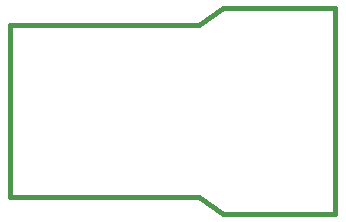
<source format=gko>
%FSLAX33Y33*%
%MOMM*%
%ADD10C,0.381*%
D10*
%LNpath-0*%
G01*
X0Y1500D02*
X16000Y1500D01*
X18000Y0*
X27500Y0*
X27500Y17500*
X18000Y17500*
X16000Y16000*
X0Y16000*
X0Y1500*
%LNmechanical details_traces*%
M02*
</source>
